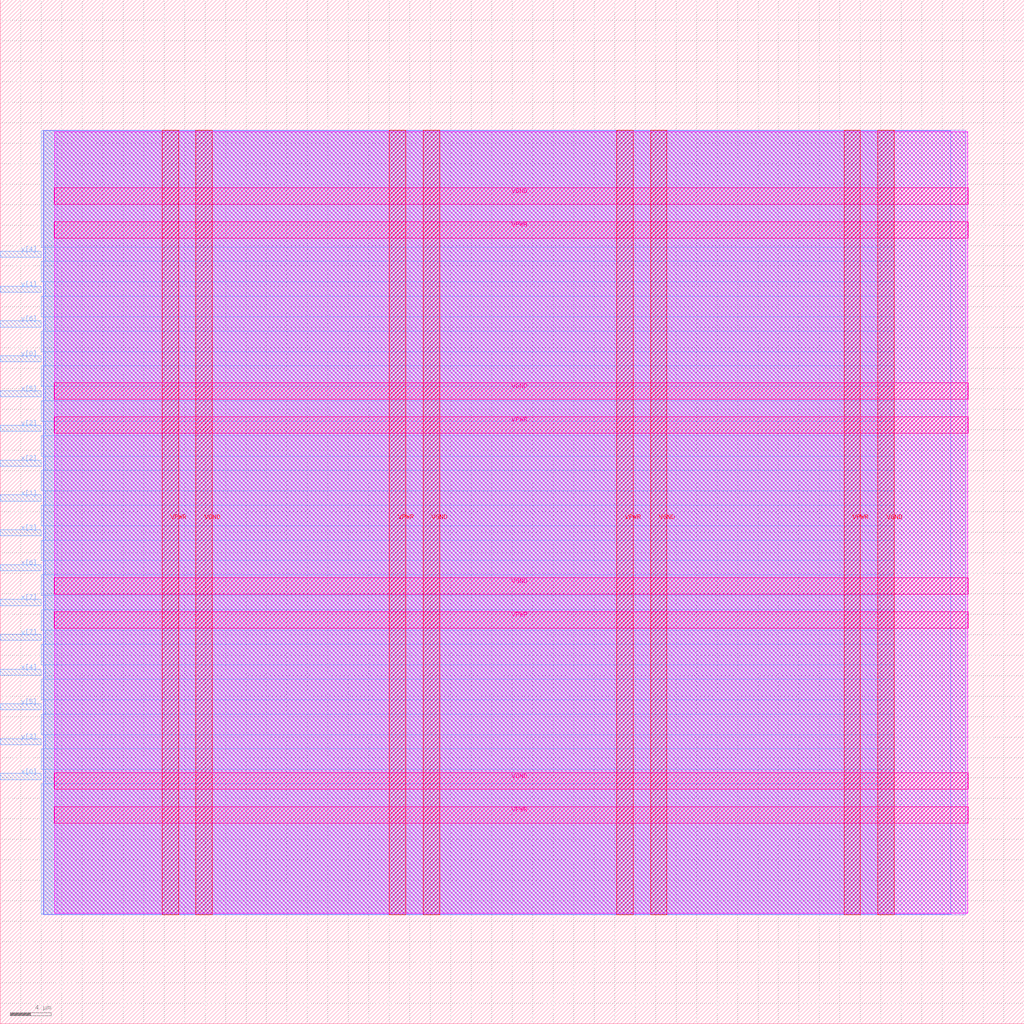
<source format=lef>
VERSION 5.7 ;
  NOWIREEXTENSIONATPIN ON ;
  DIVIDERCHAR "/" ;
  BUSBITCHARS "[]" ;
MACRO lab1
  CLASS BLOCK ;
  FOREIGN lab1 ;
  ORIGIN 0.000 0.000 ;
  SIZE 100.000 BY 100.000 ;
  PIN VGND
    DIRECTION INOUT ;
    USE GROUND ;
    PORT
      LAYER met4 ;
        RECT 19.115 10.640 20.715 87.280 ;
    END
    PORT
      LAYER met4 ;
        RECT 41.310 10.640 42.910 87.280 ;
    END
    PORT
      LAYER met4 ;
        RECT 63.505 10.640 65.105 87.280 ;
    END
    PORT
      LAYER met4 ;
        RECT 85.700 10.640 87.300 87.280 ;
    END
    PORT
      LAYER met5 ;
        RECT 5.280 22.900 94.540 24.500 ;
    END
    PORT
      LAYER met5 ;
        RECT 5.280 41.940 94.540 43.540 ;
    END
    PORT
      LAYER met5 ;
        RECT 5.280 60.980 94.540 62.580 ;
    END
    PORT
      LAYER met5 ;
        RECT 5.280 80.020 94.540 81.620 ;
    END
  END VGND
  PIN VPWR
    DIRECTION INOUT ;
    USE POWER ;
    PORT
      LAYER met4 ;
        RECT 15.815 10.640 17.415 87.280 ;
    END
    PORT
      LAYER met4 ;
        RECT 38.010 10.640 39.610 87.280 ;
    END
    PORT
      LAYER met4 ;
        RECT 60.205 10.640 61.805 87.280 ;
    END
    PORT
      LAYER met4 ;
        RECT 82.400 10.640 84.000 87.280 ;
    END
    PORT
      LAYER met5 ;
        RECT 5.280 19.600 94.540 21.200 ;
    END
    PORT
      LAYER met5 ;
        RECT 5.280 38.640 94.540 40.240 ;
    END
    PORT
      LAYER met5 ;
        RECT 5.280 57.680 94.540 59.280 ;
    END
    PORT
      LAYER met5 ;
        RECT 5.280 76.720 94.540 78.320 ;
    END
  END VPWR
  PIN x[0]
    DIRECTION INPUT ;
    USE SIGNAL ;
    ANTENNAGATEAREA 0.213000 ;
    PORT
      LAYER met3 ;
        RECT 0.000 23.840 4.000 24.440 ;
    END
  END x[0]
  PIN x[1]
    DIRECTION INPUT ;
    USE SIGNAL ;
    ANTENNAGATEAREA 0.213000 ;
    PORT
      LAYER met3 ;
        RECT 0.000 51.040 4.000 51.640 ;
    END
  END x[1]
  PIN x[2]
    DIRECTION INPUT ;
    USE SIGNAL ;
    ANTENNAGATEAREA 0.213000 ;
    PORT
      LAYER met3 ;
        RECT 0.000 54.440 4.000 55.040 ;
    END
  END x[2]
  PIN x[3]
    DIRECTION INPUT ;
    USE SIGNAL ;
    ANTENNAGATEAREA 0.196500 ;
    PORT
      LAYER met3 ;
        RECT 0.000 47.640 4.000 48.240 ;
    END
  END x[3]
  PIN x[4]
    DIRECTION INPUT ;
    USE SIGNAL ;
    ANTENNAGATEAREA 0.213000 ;
    PORT
      LAYER met3 ;
        RECT 0.000 34.040 4.000 34.640 ;
    END
  END x[4]
  PIN x[5]
    DIRECTION INPUT ;
    USE SIGNAL ;
    ANTENNAGATEAREA 0.213000 ;
    PORT
      LAYER met3 ;
        RECT 0.000 61.240 4.000 61.840 ;
    END
  END x[5]
  PIN x[6]
    DIRECTION INPUT ;
    USE SIGNAL ;
    ANTENNAGATEAREA 0.196500 ;
    PORT
      LAYER met3 ;
        RECT 0.000 44.240 4.000 44.840 ;
    END
  END x[6]
  PIN x[7]
    DIRECTION INPUT ;
    USE SIGNAL ;
    ANTENNAGATEAREA 0.196500 ;
    PORT
      LAYER met3 ;
        RECT 0.000 40.840 4.000 41.440 ;
    END
  END x[7]
  PIN y[0]
    DIRECTION OUTPUT ;
    USE SIGNAL ;
    ANTENNADIFFAREA 0.445500 ;
    PORT
      LAYER met3 ;
        RECT 0.000 64.640 4.000 65.240 ;
    END
  END y[0]
  PIN y[1]
    DIRECTION OUTPUT ;
    USE SIGNAL ;
    ANTENNADIFFAREA 0.445500 ;
    PORT
      LAYER met3 ;
        RECT 0.000 71.440 4.000 72.040 ;
    END
  END y[1]
  PIN y[2]
    DIRECTION OUTPUT ;
    USE SIGNAL ;
    ANTENNADIFFAREA 0.445500 ;
    PORT
      LAYER met3 ;
        RECT 0.000 57.840 4.000 58.440 ;
    END
  END y[2]
  PIN y[3]
    DIRECTION OUTPUT ;
    USE SIGNAL ;
    ANTENNADIFFAREA 0.445500 ;
    PORT
      LAYER met3 ;
        RECT 0.000 27.240 4.000 27.840 ;
    END
  END y[3]
  PIN y[4]
    DIRECTION OUTPUT ;
    USE SIGNAL ;
    ANTENNADIFFAREA 0.445500 ;
    PORT
      LAYER met3 ;
        RECT 0.000 74.840 4.000 75.440 ;
    END
  END y[4]
  PIN y[5]
    DIRECTION OUTPUT ;
    USE SIGNAL ;
    ANTENNADIFFAREA 0.445500 ;
    PORT
      LAYER met3 ;
        RECT 0.000 30.640 4.000 31.240 ;
    END
  END y[5]
  PIN y[6]
    DIRECTION OUTPUT ;
    USE SIGNAL ;
    ANTENNADIFFAREA 0.445500 ;
    PORT
      LAYER met3 ;
        RECT 0.000 68.040 4.000 68.640 ;
    END
  END y[6]
  PIN y[7]
    DIRECTION OUTPUT ;
    USE SIGNAL ;
    ANTENNADIFFAREA 0.445500 ;
    PORT
      LAYER met3 ;
        RECT 0.000 37.440 4.000 38.040 ;
    END
  END y[7]
  OBS
      LAYER nwell ;
        RECT 5.330 10.795 94.490 87.125 ;
      LAYER li1 ;
        RECT 5.520 10.795 94.300 87.125 ;
      LAYER met1 ;
        RECT 4.210 10.640 94.300 87.280 ;
      LAYER met2 ;
        RECT 4.230 10.695 92.820 87.225 ;
      LAYER met3 ;
        RECT 3.990 75.840 87.290 87.205 ;
        RECT 4.400 74.440 87.290 75.840 ;
        RECT 3.990 72.440 87.290 74.440 ;
        RECT 4.400 71.040 87.290 72.440 ;
        RECT 3.990 69.040 87.290 71.040 ;
        RECT 4.400 67.640 87.290 69.040 ;
        RECT 3.990 65.640 87.290 67.640 ;
        RECT 4.400 64.240 87.290 65.640 ;
        RECT 3.990 62.240 87.290 64.240 ;
        RECT 4.400 60.840 87.290 62.240 ;
        RECT 3.990 58.840 87.290 60.840 ;
        RECT 4.400 57.440 87.290 58.840 ;
        RECT 3.990 55.440 87.290 57.440 ;
        RECT 4.400 54.040 87.290 55.440 ;
        RECT 3.990 52.040 87.290 54.040 ;
        RECT 4.400 50.640 87.290 52.040 ;
        RECT 3.990 48.640 87.290 50.640 ;
        RECT 4.400 47.240 87.290 48.640 ;
        RECT 3.990 45.240 87.290 47.240 ;
        RECT 4.400 43.840 87.290 45.240 ;
        RECT 3.990 41.840 87.290 43.840 ;
        RECT 4.400 40.440 87.290 41.840 ;
        RECT 3.990 38.440 87.290 40.440 ;
        RECT 4.400 37.040 87.290 38.440 ;
        RECT 3.990 35.040 87.290 37.040 ;
        RECT 4.400 33.640 87.290 35.040 ;
        RECT 3.990 31.640 87.290 33.640 ;
        RECT 4.400 30.240 87.290 31.640 ;
        RECT 3.990 28.240 87.290 30.240 ;
        RECT 4.400 26.840 87.290 28.240 ;
        RECT 3.990 24.840 87.290 26.840 ;
        RECT 4.400 23.440 87.290 24.840 ;
        RECT 3.990 10.715 87.290 23.440 ;
  END
END lab1
END LIBRARY


</source>
